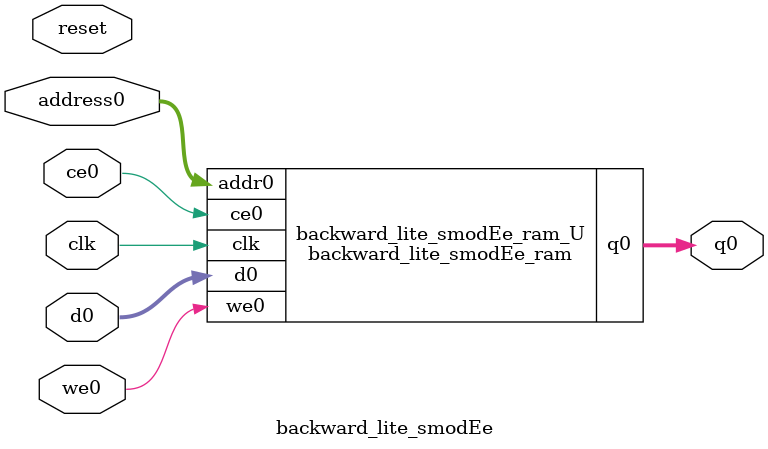
<source format=v>
`timescale 1 ns / 1 ps
module backward_lite_smodEe_ram (addr0, ce0, d0, we0, q0,  clk);

parameter DWIDTH = 32;
parameter AWIDTH = 6;
parameter MEM_SIZE = 64;

input[AWIDTH-1:0] addr0;
input ce0;
input[DWIDTH-1:0] d0;
input we0;
output reg[DWIDTH-1:0] q0;
input clk;

(* ram_style = "block" *)reg [DWIDTH-1:0] ram[0:MEM_SIZE-1];




always @(posedge clk)  
begin 
    if (ce0) 
    begin
        if (we0) 
        begin 
            ram[addr0] <= d0; 
        end 
        q0 <= ram[addr0];
    end
end


endmodule

`timescale 1 ns / 1 ps
module backward_lite_smodEe(
    reset,
    clk,
    address0,
    ce0,
    we0,
    d0,
    q0);

parameter DataWidth = 32'd32;
parameter AddressRange = 32'd64;
parameter AddressWidth = 32'd6;
input reset;
input clk;
input[AddressWidth - 1:0] address0;
input ce0;
input we0;
input[DataWidth - 1:0] d0;
output[DataWidth - 1:0] q0;



backward_lite_smodEe_ram backward_lite_smodEe_ram_U(
    .clk( clk ),
    .addr0( address0 ),
    .ce0( ce0 ),
    .we0( we0 ),
    .d0( d0 ),
    .q0( q0 ));

endmodule


</source>
